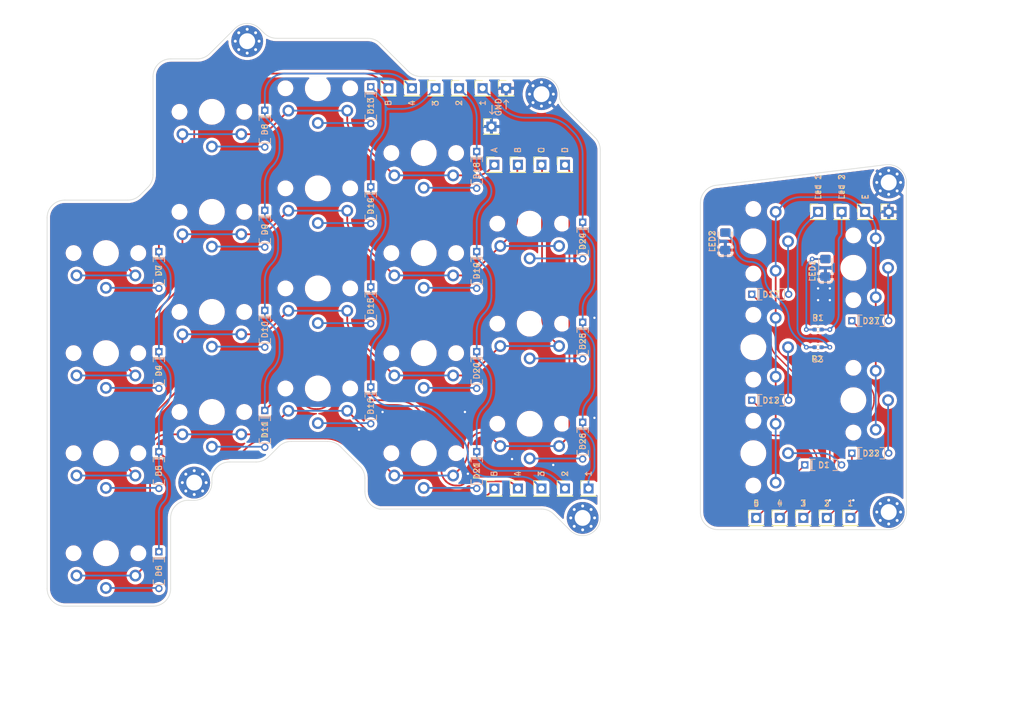
<source format=kicad_pcb>
(kicad_pcb (version 20211014) (generator pcbnew)

  (general
    (thickness 1.6)
  )

  (paper "A4")
  (layers
    (0 "F.Cu" signal)
    (31 "B.Cu" signal)
    (32 "B.Adhes" user "B.Adhesive")
    (33 "F.Adhes" user "F.Adhesive")
    (34 "B.Paste" user)
    (35 "F.Paste" user)
    (36 "B.SilkS" user "B.Silkscreen")
    (37 "F.SilkS" user "F.Silkscreen")
    (38 "B.Mask" user)
    (39 "F.Mask" user)
    (40 "Dwgs.User" user "User.Drawings")
    (41 "Cmts.User" user "User.Comments")
    (42 "Eco1.User" user "User.Eco1")
    (43 "Eco2.User" user "User.Eco2")
    (44 "Edge.Cuts" user)
    (45 "Margin" user)
    (46 "B.CrtYd" user "B.Courtyard")
    (47 "F.CrtYd" user "F.Courtyard")
    (48 "B.Fab" user)
    (49 "F.Fab" user)
    (50 "User.1" user)
    (51 "User.2" user)
    (52 "User.3" user)
    (53 "User.4" user)
    (54 "User.5" user)
    (55 "User.6" user)
    (56 "User.7" user)
    (57 "User.8" user)
    (58 "User.9" user)
  )

  (setup
    (stackup
      (layer "F.SilkS" (type "Top Silk Screen") (color "White"))
      (layer "F.Paste" (type "Top Solder Paste"))
      (layer "F.Mask" (type "Top Solder Mask") (color "Purple") (thickness 0.01))
      (layer "F.Cu" (type "copper") (thickness 0.035))
      (layer "dielectric 1" (type "core") (thickness 1.51) (material "FR4") (epsilon_r 4.5) (loss_tangent 0.02))
      (layer "B.Cu" (type "copper") (thickness 0.035))
      (layer "B.Mask" (type "Bottom Solder Mask") (color "Purple") (thickness 0.01))
      (layer "B.Paste" (type "Bottom Solder Paste"))
      (layer "B.SilkS" (type "Bottom Silk Screen") (color "White"))
      (copper_finish "None")
      (dielectric_constraints no)
    )
    (pad_to_mask_clearance 0)
    (pcbplotparams
      (layerselection 0x00010fc_ffffffff)
      (disableapertmacros false)
      (usegerberextensions false)
      (usegerberattributes true)
      (usegerberadvancedattributes true)
      (creategerberjobfile true)
      (svguseinch false)
      (svgprecision 6)
      (excludeedgelayer true)
      (plotframeref false)
      (viasonmask false)
      (mode 1)
      (useauxorigin false)
      (hpglpennumber 1)
      (hpglpenspeed 20)
      (hpglpendiameter 15.000000)
      (dxfpolygonmode true)
      (dxfimperialunits true)
      (dxfusepcbnewfont true)
      (psnegative false)
      (psa4output false)
      (plotreference true)
      (plotvalue true)
      (plotinvisibletext false)
      (sketchpadsonfab false)
      (subtractmaskfromsilk false)
      (outputformat 1)
      (mirror false)
      (drillshape 1)
      (scaleselection 1)
      (outputdirectory "")
    )
  )

  (net 0 "")
  (net 1 "GND")
  (net 2 "/LED1")
  (net 3 "Net-(D1-Pad2)")
  (net 4 "/LED2")
  (net 5 "/5")
  (net 6 "Net-(D4-Pad2)")
  (net 7 "Net-(D5-Pad2)")
  (net 8 "Net-(D6-Pad2)")
  (net 9 "/4")
  (net 10 "Net-(D8-Pad2)")
  (net 11 "Net-(D9-Pad2)")
  (net 12 "Net-(D10-Pad2)")
  (net 13 "Net-(D11-Pad2)")
  (net 14 "Net-(D12-Pad2)")
  (net 15 "/3")
  (net 16 "Net-(D13-Pad2)")
  (net 17 "Net-(D14-Pad2)")
  (net 18 "Net-(D15-Pad2)")
  (net 19 "Net-(D16-Pad2)")
  (net 20 "Net-(D17-Pad2)")
  (net 21 "/2")
  (net 22 "Net-(D18-Pad2)")
  (net 23 "Net-(D19-Pad2)")
  (net 24 "Net-(D20-Pad2)")
  (net 25 "Net-(D21-Pad2)")
  (net 26 "Net-(D22-Pad2)")
  (net 27 "/1")
  (net 28 "Net-(D24-Pad2)")
  (net 29 "Net-(D25-Pad2)")
  (net 30 "Net-(D26-Pad2)")
  (net 31 "Net-(D27-Pad2)")
  (net 32 "Net-(D2-Pad2)")
  (net 33 "Net-(D3-Pad2)")
  (net 34 "Net-(D7-Pad2)")
  (net 35 "/B")
  (net 36 "/C")
  (net 37 "/D")
  (net 38 "/A")
  (net 39 "/E")

  (footprint "resist_the:DIOAD829W49L456D191" (layer "F.Cu") (at 101 41 -90))

  (footprint "LED_SMD:LED_1206_3216Metric_Pad1.42x1.75mm_HandSolder" (layer "F.Cu") (at 196.25 64.5 90))

  (footprint "resist_the:DIOAD829W49L456D191" (layer "F.Cu") (at 187 69))

  (footprint "mbk:Choc-1u-solder-flip" (layer "F.Cu") (at 184 60 90))

  (footprint "MountingHole:MountingHole_2.7mm_M2.5_Pad_Via" (layer "F.Cu") (at 155 107))

  (footprint "Connector_PinHeader_2.54mm:PinHeader_1x01_P2.54mm_Vertical" (layer "F.Cu") (at 152 102))

  (footprint "mbk:Choc-1u-solder-flip" (layer "F.Cu") (at 74 96))

  (footprint "resist_the:DIOAD829W49L456D191" (layer "F.Cu") (at 83 116 -90))

  (footprint "mbk:Choc-1u-solder-flip" (layer "F.Cu") (at 184 96 90))

  (footprint "Connector_PinHeader_2.54mm:PinHeader_1x01_P2.54mm_Vertical" (layer "F.Cu") (at 142 34))

  (footprint "mbk:Choc-1u-solder-flip" (layer "F.Cu") (at 128 62))

  (footprint "Connector_PinHeader_2.54mm:PinHeader_1x01_P2.54mm_Vertical" (layer "F.Cu") (at 122 34))

  (footprint "mbk:Choc-1u-solder-flip" (layer "F.Cu") (at 201 64.5 90))

  (footprint "Connector_PinHeader_2.54mm:PinHeader_1x01_P2.54mm_Vertical" (layer "F.Cu") (at 144 47))

  (footprint "mbk:Choc-1u-solder-flip" (layer "F.Cu") (at 92 89))

  (footprint "mbk:Choc-1u-solder-flip" (layer "F.Cu") (at 146 74))

  (footprint "mbk:Choc-1u-solder-flip" (layer "F.Cu") (at 128 45))

  (footprint "Resistor_SMD:R_0402_1005Metric_Pad0.72x0.64mm_HandSolder" (layer "F.Cu") (at 195 75))

  (footprint "resist_the:DIOAD829W49L456D191" (layer "F.Cu") (at 101 92 -90))

  (footprint "mbk:Choc-1u-solder-flip" (layer "F.Cu") (at 184 78 90))

  (footprint "Connector_PinHeader_2.54mm:PinHeader_1x01_P2.54mm_Vertical" (layer "F.Cu") (at 203 55))

  (footprint "mbk:Choc-1u-solder-flip" (layer "F.Cu") (at 128 79))

  (footprint "mbk:Choc-1u-solder-flip" (layer "F.Cu") (at 128 96))

  (footprint "resist_the:DIOAD829W49L456D191" (layer "F.Cu") (at 137 65 -90))

  (footprint "MountingHole:MountingHole_2.7mm_M2.5_Pad_Via" (layer "F.Cu") (at 148 35))

  (footprint "resist_the:DIOAD829W49L456D191" (layer "F.Cu") (at 119 71 -90))

  (footprint "mbk:Choc-1u-solder-flip" (layer "F.Cu") (at 92 55))

  (footprint "Connector_PinHeader_2.54mm:PinHeader_1x01_P2.54mm_Vertical" (layer "F.Cu") (at 188.5 107))

  (footprint "resist_the:DIOAD829W49L456D191" (layer "F.Cu") (at 101 75 -90))

  (footprint "Resistor_SMD:R_0402_1005Metric_Pad0.72x0.64mm_HandSolder" (layer "F.Cu") (at 195 78))

  (footprint "Connector_PinHeader_2.54mm:PinHeader_1x01_P2.54mm_Vertical" (layer "F.Cu") (at 156 102))

  (footprint "resist_the:DIOAD829W49L456D191" (layer "F.Cu") (at 119 88 -90))

  (footprint "Connector_PinHeader_2.54mm:PinHeader_1x01_P2.54mm_Vertical" (layer "F.Cu") (at 207 55))

  (footprint "mbk:Choc-1u-solder-flip" (layer "F.Cu") (at 74 62))

  (footprint "Connector_PinHeader_2.54mm:PinHeader_1x01_P2.54mm_Vertical" (layer "F.Cu") (at 140 47))

  (footprint "Connector_PinHeader_2.54mm:PinHeader_1x01_P2.54mm_Vertical" (layer "F.Cu") (at 192.5 107))

  (footprint "Connector_PinHeader_2.54mm:PinHeader_1x01_P2.54mm_Vertical" (layer "F.Cu") (at 148 47))

  (footprint "MountingHole:MountingHole_2.7mm_M2.5_Pad_Via" (layer "F.Cu") (at 89 101))

  (footprint "Connector_PinHeader_2.54mm:PinHeader_1x01_P2.54mm_Vertical" (layer "F.Cu") (at 184.5 107))

  (footprint "resist_the:DIOAD829W49L456D191" (layer "F.Cu") (at 101 58 -90))

  (footprint "Connector_PinHeader_2.54mm:PinHeader_1x01_P2.54mm_Vertical" (layer "F.Cu") (at 144 102))

  (footprint "Connector_PinHeader_2.54mm:PinHeader_1x01_P2.54mm_Vertical" (layer "F.Cu") (at 152 47))

  (footprint "LED_SMD:LED_1206_3216Metric_Pad1.42x1.75mm_HandSolder" (layer "F.Cu") (at 179.25 60 90))

  (footprint "Connector_PinHeader_2.54mm:PinHeader_1x01_P2.54mm_Vertical" (layer "F.Cu") (at 195 55))

  (footprint "MountingHole:MountingHole_2.7mm_M2.5_Pad_Via" (layer "F.Cu") (at 98 26))

  (footprint "Connector_PinHeader_2.54mm:PinHeader_1x01_P2.54mm_Vertical" (layer "F.Cu") (at 134 34))

  (footprint "resist_the:DIOAD829W49L456D191" (layer "F.Cu")
    (tedit 6235BD20) (tstamp 8756ef4a-f334-4463-b0fd-f2cdab3eb8d3)
    (at 155 60 -90)
    (property "Sheetfile" "matrix.kicad_sch")
    (property "Sheetname" "matrix")
    (path "/d50b0a40-1202-42dd-99f0-7359331afb7e/bbe5b37d-53f3-44a4-8109-e264d12c5ac8")
    (attr through_hole)
    (fp_text reference "D24" (at 0 0 -90) (layer "F.SilkS")
      (effects (font (size 1.000102 1.000102) (thickness 0.15)))
      (tstamp 4d207172-3ac6-4420-b693-e88ffcecc4ed)
    )
    (fp_text value "~" (at 0 2 -90) (layer "F.Fab")
      (effects (font (size 1.001921 1.001921) (thickness 0.15)))
      (tstamp 22b1ef47-208c-40ca-8276-46ea24f469d9)
    )
    (fp_text user "${REFERENCE}" (at 0 0 90 unlocked) (layer "B.SilkS")
      (effects (font (size 1.000102 1.000102) (thickness 0.15)) (justify mirror))
      (tstamp 2b79d1a2-e9ee-4b6f-9bdf-924bf75ab11e)
    )
    (fp_line (start -2.28 0) (end -2.28 0.96) (layer "B.SilkS") (width 0.127) (tstamp 0b272770-d3e4-4c29-8f94-696995bd2db5))
    (fp_line (start 2.28 0.96) (end 1.52 0.96) (layer "B.SilkS") (width 0.127) (tstamp 214a01e5-79a8-4842-ab4a-e72a84777062))
    (fp_line (start 2.28 -0.96) (end 1.52 -0.96) (layer "B.SilkS") (width 0.127) (tstamp 29a5cb75-1ed8-4471-af5d-bb089097c1ed))
    (fp_line (start -2.28 -0.95) (end -2.28 0) (layer "B.SilkS") (width 0.127) (tstamp 66e7053c-d45a-461f-9ab3-cd0e342ae774))
    (fp_line (start -2 -0.75) (end -2 0.75) (layer "B.SilkS") (width 0.12) (tstamp 7eecec70-0c6e-4787-a782-dba46545dc07))
    (fp_line (start 2.28 0) (end 2.28 0.95) (layer "B.SilkS") (width 0.127) (tstamp b26d723b-a5bd-441e-97ab-862f94573403))
    (fp_line (start -1.52 0.96) (end -2.28 0.96) (layer "B.SilkS") (width 0.127) (tstamp bc979e79-7384-4822-8612-c69819e5ce8c))
    (fp_line (start 2.28 -0.96) (end 2.28 0) (layer "B.SilkS") (width 0.127) (tstamp eabc0e6c-7c0d-469b-abb1-defd61a499a5))
    (fp_line (start -1.52 -0.96) (end -2.28 -0.96) (layer "B.SilkS") (width 0.127) (tstamp ecd107f2-1232-46c5-9667-4f3da78c9bb1))
    (fp_line (start 2.28 0) (end 2.28 0.96) (layer "F.SilkS") (width 0.127) (tstamp 2cb3cdc9-10d1-4f21-9bf5-7447f55fda6f))
    (fp_line (start -2.28 0) (end -2.28 0.95) (layer "F.SilkS") (width 0.127) (tstamp 3b14a06c-e2a1-4b31-a484-8705a006a3c0))
    (fp_line (start -2.28 0.96) (end -1.52 0.96) (layer "F.SilkS") (width 0.127) (tstamp 719c27e0-8d4b-4c99-969e-1139a8201d38))
    (fp_line (start -2.28 -0.96) (end -2.28 0) (layer "F.SilkS") (width 0.127) (tstamp a331631f-f25f-4c4f-b331-452455f0ee01))
    (fp_line (start 2.28 -0.95) (end 2.28 0) (layer "F.SilkS") (width 0.127) (tstamp ac7188e2-6ce7-4b9a-8031-17d6a8bdc5d1))
    (fp_line (start -2 -0.75) (end -2 0.75) (layer "F.SilkS") (width 0.12) (tstamp b8cb6472-9984-4828-8e3c-bfc883982a38))
    (fp_line (start 1.52 0.96) (end 2.28 0.96) (layer "F.SilkS") (width 0.127) (tstamp c8e0d95d-9339-4059-9ce6-50426f733b2f))
    (fp_line (start -2.28 -0.96) (end -1.52 -0.96) (layer "F.SilkS") (width 0.127) (tstamp f55874a2-daa1-4b98-9053-59158416ec60))
    (fp_line (start 1.52 -0.96) (end 2.28 -0.96) (layer "F.SilkS") (width 0.127) (tstamp f8627872-75f7-4065-9e70-a07ac63d25eb))
    (fp_line (start 2.53 1) (end 2.53 0.815) (layer "F.CrtYd") (width 0.05) (tstamp 1a16a289-5ed7-4ac9-8b79-314fe69dd432))
    (fp_line (start -2.53 0.815) (end -4 0.815) (layer "F.CrtYd") (width 0.05) (tstamp 222be69a-9ca3-4dfc-8e5a-cbc3f6458fa9))
    
... [2108015 chars truncated]
</source>
